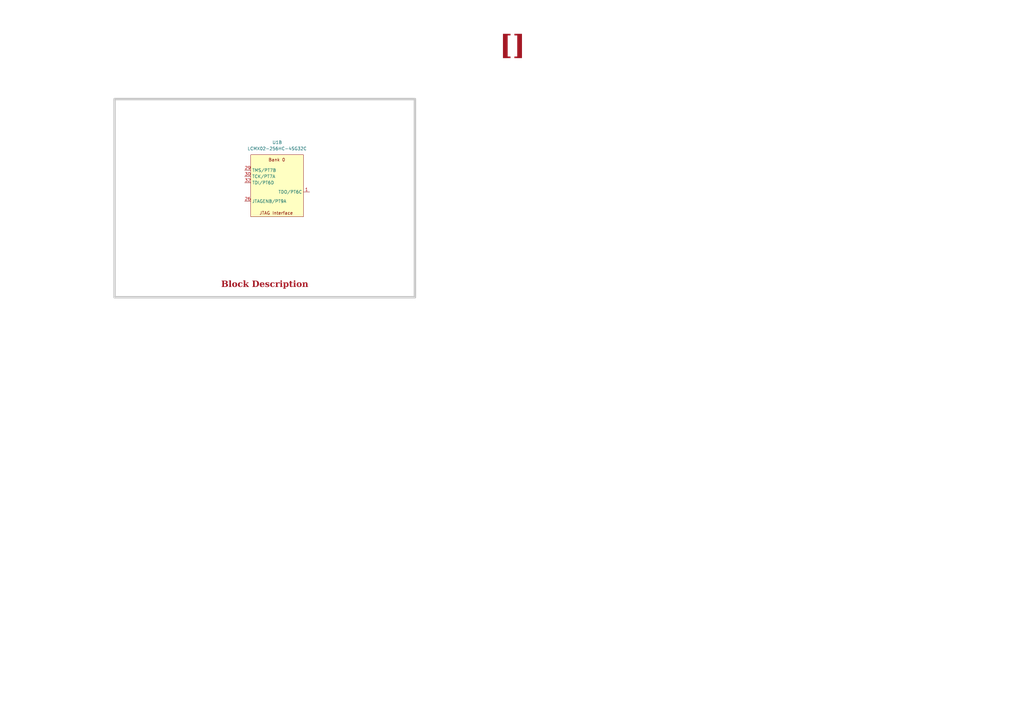
<source format=kicad_sch>
(kicad_sch (version 20250114) (generator "eeschema") (generator_version "9.0")
  (paper "A3")
  (title_block (title "Sheet Title B") (date "Last Modified Date") (rev "${REVISION}") (company "${COMPANY}"))
  (lib_symbols
    (symbol "0_FPGA:LCMX02-256HC-4SG32C"
      (property "Reference" "U" (at 10.668 16.51 0))
      (property "Value" "LCMX02-256HC-4SG32C" (at 0.254 -24.13 0))
      (symbol "LCMX02-256HC-4SG32C_1_1"
        (rectangle (start -10.16 15.24) (end 11.43 -22.86) (fill (type background)))
        (polyline (pts (xy -2.54 7.62) (xy -1.27 7.62) (xy -1.27 -11.43)))
        (text "Power" (at 0 -21.59 0) (effects (font (size 1.27 1.27))))
        (text "Bank VCCIO" (at 4.826 -1.27 0) (effects (font (size 1.27 1.27))))
        (pin power_in line (at -13.97 12.7 0) (length 3.81) (name "VCC") (number "2"))
        (pin power_in line (at -13.97 10.16 0) (length 3.81) (name "VCC") (number "18"))
        (pin power_in line (at -13.97 6.35 0) (length 3.81) (name "VCCIO3") (number "6"))
        (pin power_in line (at -13.97 2.54 0) (length 3.81) (name "VCCIO2") (number "7"))
        (pin power_in line (at -13.97 0 0) (length 3.81) (name "VCCIO2") (number "15"))
        (pin power_in line (at -13.97 -3.81 0) (length 3.81) (name "VCCIO1") (number "19"))
        (pin power_in line (at -13.97 -7.62 0) (length 3.81) (name "VCCIO0") (number "24"))
        (pin power_in line (at -13.97 -10.16 0) (length 3.81) (name "VCCIO0") (number "31"))
        (pin power_in line (at -13.97 -13.97 0) (length 3.81) (name "GND") (number "3"))
        (pin power_in line (at -13.97 -16.51 0) (length 3.81) (name "GND") (number "22"))
        (pin power_in line (at -13.97 -19.05 0) (length 3.81) (name "GND") (number "EP"))
      )
      (symbol "LCMX02-256HC-4SG32C_2_1"
        (rectangle (start -10.16 13.97) (end 11.43 -11.43) (fill (type background)))
        (text "JTAG Interface" (at 0.254 -9.906 0) (effects (font (size 1.27 1.27))))
        (text "Bank 0" (at 0.508 11.938 0) (effects (font (size 1.27 1.27))))
        (pin input line (at -12.7 7.62 0) (length 2.54) (name "TMS/PT7B") (number "29"))
        (pin input line (at -12.7 5.08 0) (length 2.54) (name "TCK/PT7A") (number "30"))
        (pin input line (at -12.7 2.54 0) (length 2.54) (name "TDI/PT6D") (number "32"))
        (pin input line (at -12.7 -5.08 0) (length 2.54) (name "JTAGENB/PT9A") (number "26"))
        (pin input line (at 13.97 -1.27 180) (length 2.54) (name "TDO/PT6C") (number "1"))
      )
      (symbol "LCMX02-256HC-4SG32C_3_1"
        (rectangle (start -16.51 17.78) (end 17.78 -17.78) (fill (type background)))
        (polyline (pts (xy -11.43 16.51) (xy -10.16 16.51) (xy -10.16 11.43)))
        (polyline (pts (xy -11.43 10.16) (xy -10.16 10.16) (xy -10.16 -12.7)))
        (polyline (pts (xy 1.27 -2.54) (xy 0 -2.54) (xy 0 -12.7)))
        (polyline (pts (xy 12.7 16.51) (xy 11.43 16.51) (xy 11.43 11.43)))
        (text "Bank 3" (at -6.35 14.224 0) (effects (font (size 1.27 1.27))))
        (text "Bank 2" (at -6.35 0 0) (effects (font (size 1.27 1.27))))
        (text "Bank 0" (at -4.064 -7.62 0) (effects (font (size 1.27 1.27))))
        (text "IO" (at 0 -16.51 0) (effects (font (size 1.27 1.27))))
        (text "Bank 1" (at 7.366 13.97 0) (effects (font (size 1.27 1.27))))
        (pin bidirectional line (at -19.05 15.24 0) (length 2.54) (name "PL5C") (number "4"))
        (pin bidirectional line (at -19.05 12.7 0) (length 2.54) (name "PL5D") (number "5"))
        (pin bidirectional line (at -19.05 8.89 0) (length 2.54) (name "PB2A") (number "8"))
        (pin bidirectional line (at -19.05 6.35 0) (length 2.54) (name "PB2C") (number "9"))
        (pin bidirectional line (at -19.05 3.81 0) (length 2.54) (name "PB2D") (number "10"))
        (pin bidirectional line (at -19.05 1.27 0) (length 2.54) (name "PB4A") (number "11"))
        (pin bidirectional line (at -19.05 -1.27 0) (length 2.54) (name "PB4B") (number "12"))
        (pin bidirectional line (at -19.05 -3.81 0) (length 2.54) (name "PB4C") (number "13"))
        (pin bidirectional line (at -19.05 -6.35 0) (length 2.54) (name "PB4D") (number "14"))
        (pin bidirectional line (at -19.05 -8.89 0) (length 2.54) (name "PB9A") (number "16"))
        (pin bidirectional line (at -19.05 -11.43 0) (length 2.54) (name "PB9B") (number "17"))
        (pin bidirectional line (at 20.32 15.24 180) (length 2.54) (name "PR5B") (number "20"))
        (pin bidirectional line (at 20.32 12.7 180) (length 2.54) (name "PR5A") (number "21"))
        (pin bidirectional line (at 20.32 -3.81 180) (length 2.54) (name "PT9D/DONE") (number "23"))
        (pin bidirectional line (at 20.32 -6.35 180) (length 2.54) (name "PT9B/PROGRAMN") (number "25"))
        (pin bidirectional line (at 20.32 -8.89 180) (length 2.54) (name "PT8D") (number "27"))
        (pin bidirectional line (at 20.32 -11.43 180) (length 2.54) (name "PT8C") (number "28"))
      )
    )
  )
  (rectangle (start 46.99 40.64) (end 170.18 121.92) (stroke (width 1) (color 200 200 200 1)))
  (text_box "[${#}] ${SHEETNAME}" (at 12.7 12.7 0) (size 394.97 12.7) (margins 5.9999 5.9999 5.9999 5.9999) (stroke (width -0.0001)) (effects (font (size 8 8) (thickness 1.2) (bold yes))))
  (text_box "Block Description" (at 49.53 110.49 0) (size 118.11 9.525) (margins 1.9049 1.9049 1.9049 1.9049) (stroke (width -0.0001)) (effects (font (size 2.54 2.54) (thickness 0.508) (bold yes)) (justify bottom)))
  (symbol (lib_id "0_FPGA:LCMX02-256HC-4SG32C") (at 113.03 77.47 0) (unit 2)
    (property "Reference" "U1" (at 113.665 58.42 0))
    (property "Value" "LCMX02-256HC-4SG32C" (at 113.665 60.96 0))
    (property "Datasheet" "kicad-embed://FPGA-DS-02056-4-6-MachXO2-Family-Data-Sheet.pdf" (effects (hide yes)))
    (property "Description" "MachXO2 Field Programmable Gate Array (FPGA) IC 21 256 32-UFQFN Exposed Pad" (effects (hide yes)))
    (property "Link" "https://www.digikey.com/en/products/detail/lattice-semiconductor-corporation/LCMXO2-256HC-4SG32C/3232671?s=N4IgTCBcDaIDYGMC2APA9mAtGArANgAsFMAWAZwHMBmMBEAXQF8g" (effects (hide yes)))
  )
)
</source>
